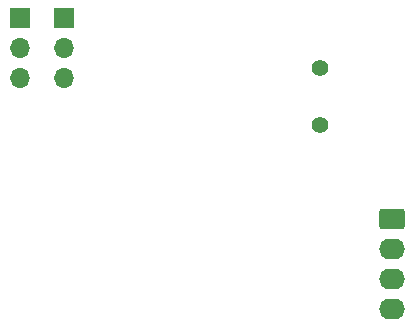
<source format=gbr>
%TF.GenerationSoftware,KiCad,Pcbnew,8.0.8*%
%TF.CreationDate,2025-04-12T20:39:17+03:00*%
%TF.ProjectId,ProPrj_CAN_2025-04-09,50726f50-726a-45f4-9341-4e5f32303235,rev?*%
%TF.SameCoordinates,Original*%
%TF.FileFunction,Soldermask,Bot*%
%TF.FilePolarity,Negative*%
%FSLAX46Y46*%
G04 Gerber Fmt 4.6, Leading zero omitted, Abs format (unit mm)*
G04 Created by KiCad (PCBNEW 8.0.8) date 2025-04-12 20:39:17*
%MOMM*%
%LPD*%
G01*
G04 APERTURE LIST*
G04 Aperture macros list*
%AMRoundRect*
0 Rectangle with rounded corners*
0 $1 Rounding radius*
0 $2 $3 $4 $5 $6 $7 $8 $9 X,Y pos of 4 corners*
0 Add a 4 corners polygon primitive as box body*
4,1,4,$2,$3,$4,$5,$6,$7,$8,$9,$2,$3,0*
0 Add four circle primitives for the rounded corners*
1,1,$1+$1,$2,$3*
1,1,$1+$1,$4,$5*
1,1,$1+$1,$6,$7*
1,1,$1+$1,$8,$9*
0 Add four rect primitives between the rounded corners*
20,1,$1+$1,$2,$3,$4,$5,0*
20,1,$1+$1,$4,$5,$6,$7,0*
20,1,$1+$1,$6,$7,$8,$9,0*
20,1,$1+$1,$8,$9,$2,$3,0*%
G04 Aperture macros list end*
%ADD10C,1.400000*%
%ADD11R,1.700000X1.700000*%
%ADD12O,1.700000X1.700000*%
%ADD13RoundRect,0.250000X-0.845000X0.620000X-0.845000X-0.620000X0.845000X-0.620000X0.845000X0.620000X0*%
%ADD14O,2.190000X1.740000*%
G04 APERTURE END LIST*
D10*
%TO.C,Y1*%
X154425316Y-58386565D03*
X154425316Y-63262565D03*
%TD*%
D11*
%TO.C,J2*%
X129000000Y-54175000D03*
D12*
X129000000Y-56715000D03*
X129000000Y-59255000D03*
%TD*%
D13*
%TO.C,J3*%
X160500000Y-71200000D03*
D14*
X160500000Y-73740000D03*
X160500000Y-76280000D03*
X160500000Y-78820000D03*
%TD*%
D11*
%TO.C,J1*%
X132700000Y-54175000D03*
D12*
X132700000Y-56715000D03*
X132700000Y-59255000D03*
%TD*%
M02*

</source>
